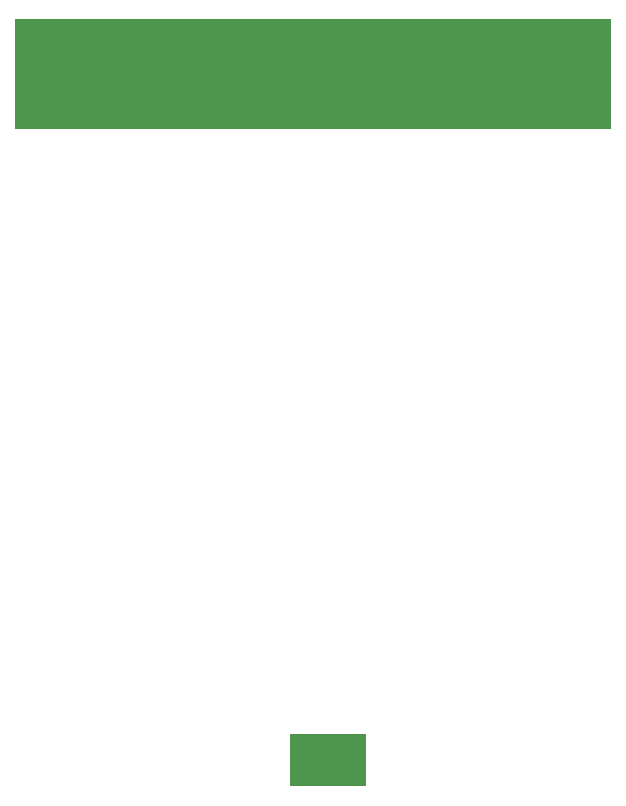
<source format=gbr>
%TF.GenerationSoftware,Altium Limited,Altium Designer,19.1.9 (167)*%
G04 Layer_Color=16711935*
%FSLAX26Y26*%
%MOIN*%
%TF.FileFunction,Keep-out,Top*%
%TF.Part,Single*%
G01*
G75*
%TA.AperFunction,NonConductor*%
%ADD126R,0.258000X0.177000*%
G36*
X875000Y2559305D02*
X875000Y2192000D01*
X2863000Y2192000D01*
X2863000Y2559305D01*
X875000Y2559305D01*
D02*
G37*
D126*
X1917000Y88500D02*
D03*
%TF.MD5,df6dfab207b12edb7bed68c9b32022d0*%
M02*

</source>
